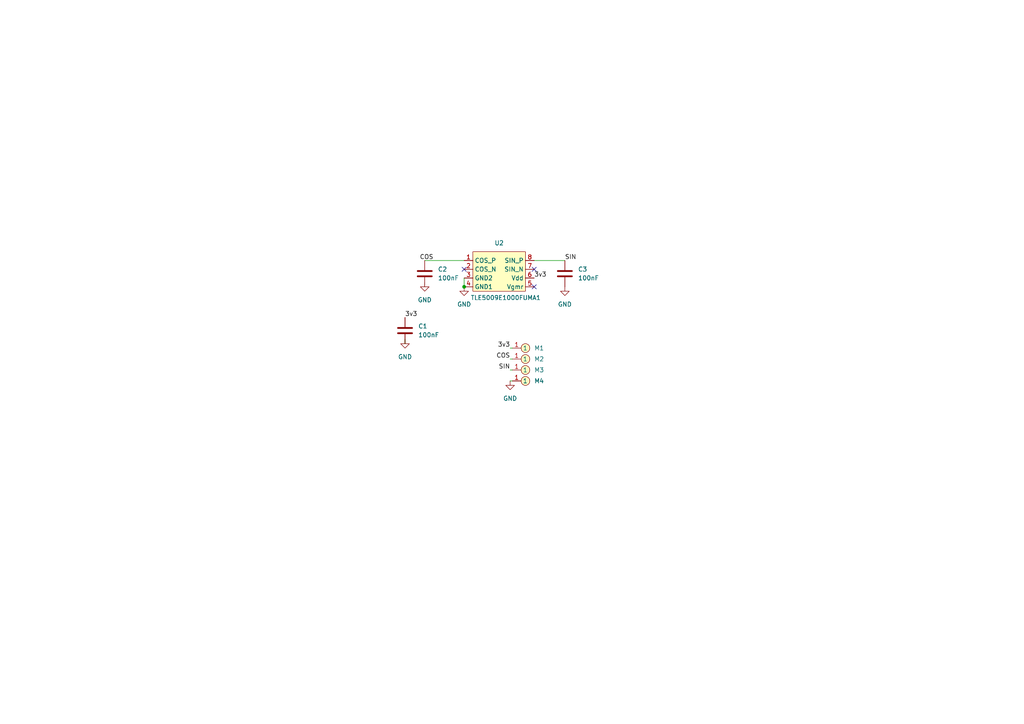
<source format=kicad_sch>
(kicad_sch (version 20230121) (generator eeschema)
  (paper "A4")
  (lib_symbols
    (symbol "adapter-encoder:Capacitor" (pin_numbers hide) (pin_names (offset 0.254))
      (property "Reference" "C" (at 0.635 2.54 0))
      (property "Value" "Capacitor" (at 0.635 -2.54 0))
      (symbol "Capacitor_0_1"
        (polyline (pts (xy -2.032 -0.762) (xy 2.032 -0.762)) (stroke (width 0.508)))
        (polyline (pts (xy -2.032 0.762) (xy 2.032 0.762)) (stroke (width 0.508)))
      )
      (symbol "Capacitor_1_1"
        (pin passive line (at 0 3.81 270) (length 2.794) (name "~") (number "1"))
        (pin passive line (at 0 -3.81 90) (length 2.794) (name "~") (number "2"))
      )
    )
    (symbol "adapter-encoder:THRU_HOLE_PAD" (in_bom no)
      (property "Reference" "M" (at 1.27 -2.54 0))
      (symbol "THRU_HOLE_PAD_0_1"
        (circle (center 1.27 0) (radius 1.27) (fill (type background)))
      )
      (symbol "THRU_HOLE_PAD_1_1"
        (pin passive line (at -2.54 0 0) (length 2.54) (name "1") (number "1"))
      )
    )
    (symbol "adapter-encoder:TLE5009E1000FUMA1"
      (property "Reference" "U" (at 0 0 0))
      (symbol "TLE5009E1000FUMA1_0_1"
        (rectangle (start -7.62 6.35) (end 7.62 -5.08) (fill (type background)))
      )
      (symbol "TLE5009E1000FUMA1_1_1"
        (pin input line (at -10.16 3.81 0) (length 2.54) (name "COS_P") (number "1"))
        (pin input line (at -10.16 1.27 0) (length 2.54) (name "COS_N") (number "2"))
        (pin input line (at -10.16 -1.27 0) (length 2.54) (name "GND2") (number "3"))
        (pin input line (at -10.16 -3.81 0) (length 2.54) (name "GND1") (number "4"))
        (pin input line (at 10.16 -3.81 180) (length 2.54) (name "Vgmr") (number "5"))
        (pin input line (at 10.16 -1.27 180) (length 2.54) (name "Vdd") (number "6"))
        (pin input line (at 10.16 1.27 180) (length 2.54) (name "SIN_N") (number "7"))
        (pin input line (at 10.16 3.81 180) (length 2.54) (name "SIN_P") (number "8"))
      )
    )
    (symbol "power:GND" (power) (pin_names (offset 0))
      (property "Value" "GND" (at 0 -3.81 0))
      (symbol "GND_0_1"
        (polyline (pts (xy 0 0) (xy 0 -1.27) (xy 1.27 -1.27) (xy 0 -2.54) (xy -1.27 -1.27) (xy 0 -1.27)))
      )
      (symbol "GND_1_1"
        (pin power_in line (at 0 0 270) (length 0) hide (name "GND") (number "1"))
      )
    )
  )
  (junction (at 134.62 83.185))
  (no_connect (at 154.94 78.105))
  (no_connect (at 134.62 78.105))
  (no_connect (at 154.94 83.185))
  (wire (pts (xy 117.475 99.695) (xy 117.475 98.425)))
  (wire (pts (xy 147.955 107.315) (xy 148.59 107.315)))
  (wire (pts (xy 123.19 83.185) (xy 123.19 81.915)))
  (wire (pts (xy 147.955 100.965) (xy 148.59 100.965)))
  (wire (pts (xy 123.19 75.565) (xy 134.62 75.565)))
  (wire (pts (xy 147.955 110.49) (xy 148.59 110.49)))
  (wire (pts (xy 147.955 104.14) (xy 148.59 104.14)))
  (wire (pts (xy 134.62 80.645) (xy 134.62 83.185)))
  (wire (pts (xy 154.94 75.565) (xy 163.83 75.565)))
  (label "3v3" (at 147.955 100.965 180))
  (label "SIN" (at 163.83 75.565 0))
  (label "COS" (at 125.73 75.565 180))
  (label "SIN" (at 147.955 107.315 180))
  (label "3v3" (at 154.94 80.645 0))
  (label "3v3" (at 117.475 92.075 0))
  (label "COS" (at 147.955 104.14 180))
  (symbol (lib_id "adapter-encoder:Capacitor") (at 117.475 95.885 0) (unit 1)
    (property "Reference" "C1" (at 121.285 94.615 0) (effects (justify left)))
    (property "Value" "100nF" (at 121.285 97.155 0) (effects (justify left)))
    (property "Footprint" "adapter-encoder:C_0402_1005Metric" (effects hide))
  )
  (symbol (lib_id "power:GND") (at 147.955 110.49 0) (unit 1)
    (property "Reference" "#PWR02" (effects hide))
    (property "Value" "GND" (at 147.955 115.57 0))
  )
  (symbol (lib_id "adapter-encoder:THRU_HOLE_PAD") (at 151.13 104.14 0) (unit 1) (in_bom no)
    (property "Reference" "M2" (at 154.94 104.14 0) (effects (justify left)))
    (property "Value" "THRU_HOLE_PAD" (effects hide))
    (property "Footprint" "adapter-encoder:dogbone_pad" (effects hide))
  )
  (symbol (lib_id "power:GND") (at 123.19 81.915 0) (unit 1)
    (property "Reference" "#PWR04" (effects hide))
    (property "Value" "GND" (at 123.19 86.995 0))
  )
  (symbol (lib_id "adapter-encoder:THRU_HOLE_PAD") (at 151.13 110.49 0) (unit 1) (in_bom no)
    (property "Reference" "M4" (at 154.94 110.49 0) (effects (justify left)))
    (property "Value" "THRU_HOLE_PAD" (effects hide))
    (property "Footprint" "adapter-encoder:dogbone_slot" (effects hide))
  )
  (symbol (lib_id "power:GND") (at 117.475 98.425 0) (unit 1)
    (property "Reference" "#PWR01" (effects hide))
    (property "Value" "GND" (at 117.475 103.505 0))
  )
  (symbol (lib_id "adapter-encoder:TLE5009E1000FUMA1") (at 144.78 79.375 0) (unit 1)
    (property "Reference" "U2" (at 144.78 70.485 0))
    (property "Value" "TLE5009E1000FUMA1" (at 146.685 86.36 0))
    (property "Footprint" "adapter-encoder:SOIC8-TLE5009" (effects hide))
  )
  (symbol (lib_id "adapter-encoder:THRU_HOLE_PAD") (at 151.13 107.315 0) (unit 1) (in_bom no)
    (property "Reference" "M3" (at 154.94 107.315 0) (effects (justify left)))
    (property "Value" "THRU_HOLE_PAD" (effects hide))
    (property "Footprint" "adapter-encoder:dogbone_pad" (effects hide))
  )
  (symbol (lib_id "adapter-encoder:Capacitor") (at 123.19 79.375 0) (unit 1)
    (property "Reference" "C2" (at 127 78.105 0) (effects (justify left)))
    (property "Value" "100nF" (at 127 80.645 0) (effects (justify left)))
    (property "Footprint" "adapter-encoder:C_0402_1005Metric" (effects hide))
  )
  (symbol (lib_id "power:GND") (at 163.83 83.185 0) (unit 1)
    (property "Reference" "#PWR06" (effects hide))
    (property "Value" "GND" (at 163.83 88.265 0))
  )
  (symbol (lib_id "power:GND") (at 134.62 83.185 0) (unit 1)
    (property "Reference" "#PWR05" (effects hide))
    (property "Value" "GND" (at 134.62 88.265 0))
  )
  (symbol (lib_id "adapter-encoder:THRU_HOLE_PAD") (at 151.13 100.965 0) (unit 1) (in_bom no)
    (property "Reference" "M1" (at 154.94 100.965 0) (effects (justify left)))
    (property "Value" "THRU_HOLE_PAD" (effects hide))
    (property "Footprint" "adapter-encoder:dogbone_slot" (effects hide))
  )
  (symbol (lib_id "adapter-encoder:Capacitor") (at 163.83 79.375 0) (unit 1)
    (property "Reference" "C3" (at 167.64 78.105 0) (effects (justify left)))
    (property "Value" "100nF" (at 167.64 80.645 0) (effects (justify left)))
    (property "Footprint" "adapter-encoder:C_0402_1005Metric" (effects hide))
  )
)
</source>
